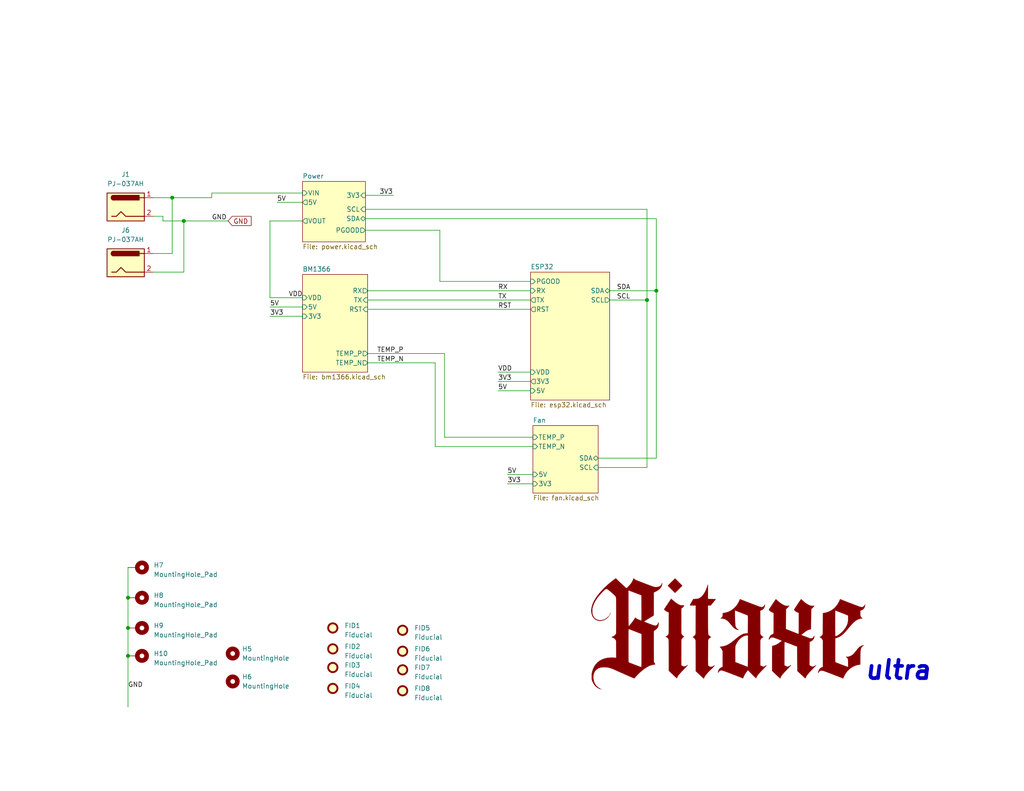
<source format=kicad_sch>
(kicad_sch (version 20230121) (generator eeschema)
  (paper "A")
  (title_block (title "BM1366 bitaxe") (date "2023-10-10") (rev "1.1"))
  (lib_symbols
    (symbol "Connector:Barrel_Jack" (pin_names (offset 1.016))
      (property "Reference" "J" (at 0 5.334 0))
      (property "Value" "Barrel_Jack" (at 0 -5.08 0))
      (symbol "Barrel_Jack_1_1"
        (pin passive line (at 7.62 2.54 180) (length 2.54) (name "~") (number "1"))
        (pin passive line (at 7.62 -2.54 180) (length 2.54) (name "~") (number "2"))
      )
    )
    (symbol "Mechanical:Fiducial"
      (property "Reference" "FID" (at 0 5.08 0))
      (property "Value" "Fiducial" (at 0 3.175 0))
    )
    (symbol "Mechanical:MountingHole" (pin_names (offset 1.016))
      (property "Reference" "H" (at 0 5.08 0))
      (property "Value" "MountingHole" (at 0 3.175 0))
    )
    (symbol "Mechanical:MountingHole_Pad" (pin_numbers hide) (pin_names (offset 1.016) hide)
      (property "Reference" "H" (at 0 6.35 0))
      (property "Value" "MountingHole_Pad" (at 0 4.445 0))
      (symbol "MountingHole_Pad_1_1"
        (pin input line (at 0 -2.54 90) (length 2.54) (name "1") (number "1"))
      )
    )
    (symbol "bitaxe:LOGO" (pin_names (offset 1.016)))
  )
  (junction (at 179.07 79.375))
  (junction (at 34.925 179.07))
  (junction (at 50.165 60.325))
  (junction (at 34.925 171.45))
  (junction (at 176.53 81.915))
  (junction (at 34.925 163.195))
  (junction (at 46.99 53.975))
  (wire (pts (xy 44.45 60.325) (xy 50.165 60.325)))
  (wire (pts (xy 135.89 101.6) (xy 144.78 101.6)))
  (wire (pts (xy 100.33 96.52) (xy 121.285 96.52)))
  (wire (pts (xy 99.695 57.15) (xy 176.53 57.15)))
  (wire (pts (xy 163.195 125.095) (xy 179.07 125.095)))
  (wire (pts (xy 166.37 81.915) (xy 176.53 81.915)))
  (wire (pts (xy 75.565 55.245) (xy 82.55 55.245)))
  (wire (pts (xy 100.33 81.915) (xy 144.78 81.915)))
  (wire (pts (xy 144.78 76.835) (xy 120.015 76.835)))
  (wire (pts (xy 57.785 53.975) (xy 57.785 52.705)))
  (wire (pts (xy 41.91 53.975) (xy 46.99 53.975)))
  (wire (pts (xy 50.165 60.325) (xy 62.23 60.325)))
  (wire (pts (xy 118.745 99.06) (xy 118.745 121.92)))
  (wire (pts (xy 41.91 69.215) (xy 46.99 69.215)))
  (wire (pts (xy 138.43 132.08) (xy 145.415 132.08)))
  (wire (pts (xy 120.015 76.835) (xy 120.015 62.865)))
  (wire (pts (xy 50.165 74.295) (xy 50.165 60.325)))
  (wire (pts (xy 179.07 59.69) (xy 179.07 79.375)))
  (wire (pts (xy 121.285 96.52) (xy 121.285 119.38)))
  (wire (pts (xy 99.695 59.69) (xy 179.07 59.69)))
  (wire (pts (xy 145.415 121.92) (xy 118.745 121.92)))
  (wire (pts (xy 57.785 52.705) (xy 82.55 52.705)))
  (wire (pts (xy 176.53 81.915) (xy 176.53 127.635)))
  (wire (pts (xy 176.53 57.15) (xy 176.53 81.915)))
  (wire (pts (xy 166.37 79.375) (xy 179.07 79.375)))
  (wire (pts (xy 34.925 163.195) (xy 34.925 171.45)))
  (wire (pts (xy 100.33 99.06) (xy 118.745 99.06)))
  (wire (pts (xy 145.415 119.38) (xy 121.285 119.38)))
  (wire (pts (xy 73.66 86.36) (xy 82.55 86.36)))
  (wire (pts (xy 135.89 104.14) (xy 144.78 104.14)))
  (wire (pts (xy 100.33 79.375) (xy 144.78 79.375)))
  (wire (pts (xy 163.195 127.635) (xy 176.53 127.635)))
  (wire (pts (xy 73.66 81.28) (xy 73.66 60.325)))
  (wire (pts (xy 44.45 60.325) (xy 44.45 59.055)))
  (wire (pts (xy 46.99 69.215) (xy 46.99 53.975)))
  (wire (pts (xy 73.66 83.82) (xy 82.55 83.82)))
  (wire (pts (xy 179.07 125.095) (xy 179.07 79.375)))
  (wire (pts (xy 120.015 62.865) (xy 99.695 62.865)))
  (wire (pts (xy 138.43 129.54) (xy 145.415 129.54)))
  (wire (pts (xy 44.45 59.055) (xy 41.91 59.055)))
  (wire (pts (xy 34.925 179.07) (xy 34.925 193.04)))
  (wire (pts (xy 34.925 154.94) (xy 34.925 163.195)))
  (wire (pts (xy 82.55 81.28) (xy 73.66 81.28)))
  (wire (pts (xy 73.66 60.325) (xy 82.55 60.325)))
  (wire (pts (xy 100.33 84.455) (xy 144.78 84.455)))
  (wire (pts (xy 135.89 106.68) (xy 144.78 106.68)))
  (wire (pts (xy 46.99 53.975) (xy 57.785 53.975)))
  (wire (pts (xy 34.925 171.45) (xy 34.925 179.07)))
  (wire (pts (xy 41.91 74.295) (xy 50.165 74.295)))
  (wire (pts (xy 99.695 53.34) (xy 107.315 53.34)))
  (text "ultra" (at 235.585 186.055 0) (effects (font (size 5 5) (thickness 1) bold italic) (justify left bottom)))
  (label "VDD" (at 135.89 101.6 0))
  (label "TEMP_N" (at 102.87 99.06 0))
  (label "3V3" (at 73.66 86.36 0))
  (label "RST" (at 135.89 84.455 0))
  (label "VDD" (at 78.74 81.28 0))
  (label "5V" (at 75.565 55.245 0))
  (label "5V" (at 138.43 129.54 0))
  (label "SDA" (at 168.275 79.375 0))
  (label "GND" (at 34.925 187.96 0))
  (label "RX" (at 135.89 79.375 0))
  (label "3V3" (at 103.505 53.34 0))
  (label "3V3" (at 135.89 104.14 0))
  (label "SCL" (at 168.275 81.915 0))
  (label "5V" (at 135.89 106.68 0))
  (label "3V3" (at 138.43 132.08 0))
  (label "5V" (at 73.66 83.82 0))
  (label "GND" (at 57.785 60.325 0))
  (label "TEMP_P" (at 102.87 96.52 0))
  (label "TX" (at 135.89 81.915 0))
  (global_label "GND" (shape input) (at 62.23 60.325 0) (property "Intersheetrefs" "${INTERSHEET_REFS}" (effects hide)))
  (symbol (lib_id "Mechanical:Fiducial") (at 90.805 177.165 0) (unit 1) (in_bom no)
    (property "Reference" "FID2" (at 93.98 176.53 0) (effects (justify left)))
    (property "Value" "Fiducial" (at 93.98 179.07 0) (effects (justify left)))
    (property "Footprint" "Fiducial:Fiducial_1mm_Mask2mm" (effects hide))
  )
  (symbol (lib_id "Mechanical:Fiducial") (at 90.805 182.245 0) (unit 1) (in_bom no)
    (property "Reference" "FID3" (at 93.98 181.61 0) (effects (justify left)))
    (property "Value" "Fiducial" (at 93.98 184.15 0) (effects (justify left)))
    (property "Footprint" "Fiducial:Fiducial_1mm_Mask2mm" (effects hide))
  )
  (symbol (lib_id "Mechanical:Fiducial") (at 90.805 187.96 0) (unit 1) (in_bom no)
    (property "Reference" "FID4" (at 93.98 187.325 0) (effects (justify left)))
    (property "Value" "Fiducial" (at 93.98 189.865 0) (effects (justify left)))
    (property "Footprint" "Fiducial:Fiducial_1mm_Mask2mm" (effects hide))
  )
  (symbol (lib_id "Mechanical:Fiducial") (at 109.855 177.8 0) (unit 1) (in_bom no)
    (property "Reference" "FID6" (at 113.03 177.165 0) (effects (justify left)))
    (property "Value" "Fiducial" (at 113.03 179.705 0) (effects (justify left)))
    (property "Footprint" "Fiducial:Fiducial_1mm_Mask2mm" (effects hide))
  )
  (symbol (lib_id "Connector:Barrel_Jack") (at 34.29 71.755 0) (unit 1) (in_bom no)
    (property "Reference" "J6" (at 34.29 62.865 0))
    (property "Value" "PJ-037AH" (at 34.29 65.405 0))
    (property "Footprint" "bitaxe:CUI_PJ-037AH" (effects hide))
    (property "Datasheet" "https://www.cuidevices.com/product/resource/pj-037ah.pdf" (effects hide))
    (property "DK" "CP-037AH-ND" (effects hide))
    (property "PARTNO" "PJ-037AH" (effects hide))
  )
  (symbol (lib_id "Connector:Barrel_Jack") (at 34.29 56.515 0) (unit 1)
    (property "Reference" "J1" (at 34.29 47.625 0))
    (property "Value" "PJ-037AH" (at 34.29 50.165 0))
    (property "Footprint" "bitaxe:CUI_PJ-037AH" (effects hide))
    (property "Datasheet" "https://www.cuidevices.com/product/resource/pj-037ah.pdf" (effects hide))
    (property "DK" "CP-037AH-ND" (effects hide))
    (property "PARTNO" "PJ-037AH" (effects hide))
  )
  (symbol (lib_id "Mechanical:MountingHole_Pad") (at 37.465 154.94 270) (unit 1) (in_bom no)
    (property "Reference" "H7" (at 41.91 154.305 90) (effects (justify left)))
    (property "Value" "MountingHole_Pad" (at 41.91 156.845 90) (effects (justify left)))
    (property "Footprint" "MountingHole:MountingHole_3mm_Pad_Via" (effects hide))
  )
  (symbol (lib_id "Mechanical:Fiducial") (at 90.805 171.45 0) (unit 1) (in_bom no)
    (property "Reference" "FID1" (at 93.98 170.815 0) (effects (justify left)))
    (property "Value" "Fiducial" (at 93.98 173.355 0) (effects (justify left)))
    (property "Footprint" "Fiducial:Fiducial_1mm_Mask2mm" (effects hide))
  )
  (symbol (lib_id "Mechanical:Fiducial") (at 109.855 188.595 0) (unit 1) (in_bom no)
    (property "Reference" "FID8" (at 113.03 187.96 0) (effects (justify left)))
    (property "Value" "Fiducial" (at 113.03 190.5 0) (effects (justify left)))
    (property "Footprint" "Fiducial:Fiducial_1mm_Mask2mm" (effects hide))
  )
  (symbol (lib_id "Mechanical:Fiducial") (at 109.855 172.085 0) (unit 1) (in_bom no)
    (property "Reference" "FID5" (at 113.03 171.45 0) (effects (justify left)))
    (property "Value" "Fiducial" (at 113.03 173.99 0) (effects (justify left)))
    (property "Footprint" "Fiducial:Fiducial_1mm_Mask2mm" (effects hide))
  )
  (symbol (lib_id "Mechanical:MountingHole") (at 63.5 186.055 0) (unit 1) (in_bom no)
    (property "Reference" "H6" (at 66.04 184.7849 0) (effects (justify left)))
    (property "Value" "MountingHole" (at 66.04 187.3249 0) (effects (justify left)))
    (property "Footprint" "MountingHole:MountingHole_3.5mm" (effects hide))
  )
  (symbol (lib_id "Mechanical:Fiducial") (at 109.855 182.88 0) (unit 1) (in_bom no)
    (property "Reference" "FID7" (at 113.03 182.245 0) (effects (justify left)))
    (property "Value" "Fiducial" (at 113.03 184.785 0) (effects (justify left)))
    (property "Footprint" "Fiducial:Fiducial_1mm_Mask2mm" (effects hide))
  )
  (symbol (lib_id "Mechanical:MountingHole") (at 63.5 178.435 0) (unit 1) (in_bom no)
    (property "Reference" "H5" (at 66.04 177.1649 0) (effects (justify left)))
    (property "Value" "MountingHole" (at 66.04 179.7049 0) (effects (justify left)))
    (property "Footprint" "MountingHole:MountingHole_3.5mm" (effects hide))
  )
  (symbol (lib_id "Mechanical:MountingHole_Pad") (at 37.465 171.45 270) (unit 1) (in_bom no)
    (property "Reference" "H9" (at 41.91 170.815 90) (effects (justify left)))
    (property "Value" "MountingHole_Pad" (at 41.91 173.355 90) (effects (justify left)))
    (property "Footprint" "MountingHole:MountingHole_3mm_Pad_Via" (effects hide))
  )
  (symbol (lib_id "Mechanical:MountingHole_Pad") (at 37.465 163.195 270) (unit 1) (in_bom no)
    (property "Reference" "H8" (at 41.91 162.56 90) (effects (justify left)))
    (property "Value" "MountingHole_Pad" (at 41.91 165.1 90) (effects (justify left)))
    (property "Footprint" "MountingHole:MountingHole_3mm_Pad_Via" (effects hide))
  )
  (symbol (lib_id "Mechanical:MountingHole_Pad") (at 37.465 179.07 270) (unit 1) (in_bom no)
    (property "Reference" "H10" (at 41.91 178.435 90) (effects (justify left)))
    (property "Value" "MountingHole_Pad" (at 41.91 180.975 90) (effects (justify left)))
    (property "Footprint" "MountingHole:MountingHole_3mm_Pad_Via" (effects hide))
  )
  (symbol (lib_id "bitaxe:LOGO") (at 197.485 173.99 0) (unit 1)
    (property "Reference" "#G1" (effects hide))
    (property "Value" "LOGO" (effects hide))
  )
  (sheet (at 82.55 74.93) (size 17.78 26.67) (stroke (width 0.1524)) (fill (color 255 255 194 1.0000))
    (property "Sheetname" "BM1366" (at 82.55 74.2184 0) (effects (justify left bottom)))
    (property "Sheetfile" "bm1366.kicad_sch" (at 82.55 102.1846 0) (effects (justify left top)))
    (pin "TX" input (at 100.33 81.915 0))
    (pin "RX" output (at 100.33 79.375 0))
    (pin "RST" input (at 100.33 84.455 0))
    (pin "3V3" input (at 82.55 86.36 180))
    (pin "5V" input (at 82.55 83.82 180))
    (pin "TEMP_P" output (at 100.33 96.52 0))
    (pin "TEMP_N" output (at 100.33 99.06 0))
    (pin "VDD" input (at 82.55 81.28 180))
  )
  (sheet (at 145.415 116.205) (size 17.78 18.415) (stroke (width 0.1524)) (fill (color 255 255 194 1.0000))
    (property "Sheetname" "Fan" (at 145.415 115.4934 0) (effects (justify left bottom)))
    (property "Sheetfile" "fan.kicad_sch" (at 145.415 135.2046 0) (effects (justify left top)))
    (pin "TEMP_N" input (at 145.415 121.92 180))
    (pin "TEMP_P" input (at 145.415 119.38 180))
    (pin "SDA" bidirectional (at 163.195 125.095 0))
    (pin "SCL" input (at 163.195 127.635 0))
    (pin "5V" input (at 145.415 129.54 180))
    (pin "3V3" input (at 145.415 132.08 180))
  )
  (sheet (at 82.55 49.53) (size 17.145 16.51) (stroke (width 0.1524)) (fill (color 255 255 194 1.0000))
    (property "Sheetname" "Power" (at 82.55 48.8184 0) (effects (justify left bottom)))
    (property "Sheetfile" "power.kicad_sch" (at 82.55 66.6246 0) (effects (justify left top)))
    (pin "VOUT" output (at 82.55 60.325 180))
    (pin "VIN" input (at 82.55 52.705 180))
    (pin "SCL" input (at 99.695 57.15 0))
    (pin "SDA" bidirectional (at 99.695 59.69 0))
    (pin "5V" output (at 82.55 55.245 180))
    (pin "3V3" input (at 99.695 53.34 0))
    (pin "PGOOD" output (at 99.695 62.865 0))
  )
  (sheet (at 144.78 74.295) (size 21.59 34.925) (stroke (width 0.1524)) (fill (color 255 255 194 1.0000))
    (property "Sheetname" "ESP32" (at 144.78 73.5834 0) (effects (justify left bottom)))
    (property "Sheetfile" "esp32.kicad_sch" (at 144.78 109.8046 0) (effects (justify left top)))
    (pin "SDA" bidirectional (at 166.37 79.375 0))
    (pin "SCL" output (at 166.37 81.915 0))
    (pin "RX" input (at 144.78 79.375 180))
    (pin "TX" output (at 144.78 81.915 180))
    (pin "RST" output (at 144.78 84.455 180))
    (pin "5V" input (at 144.78 106.68 180))
    (pin "3V3" output (at 144.78 104.14 180))
    (pin "PGOOD" input (at 144.78 76.835 180))
    (pin "VDD" input (at 144.78 101.6 180))
  )
)
</source>
